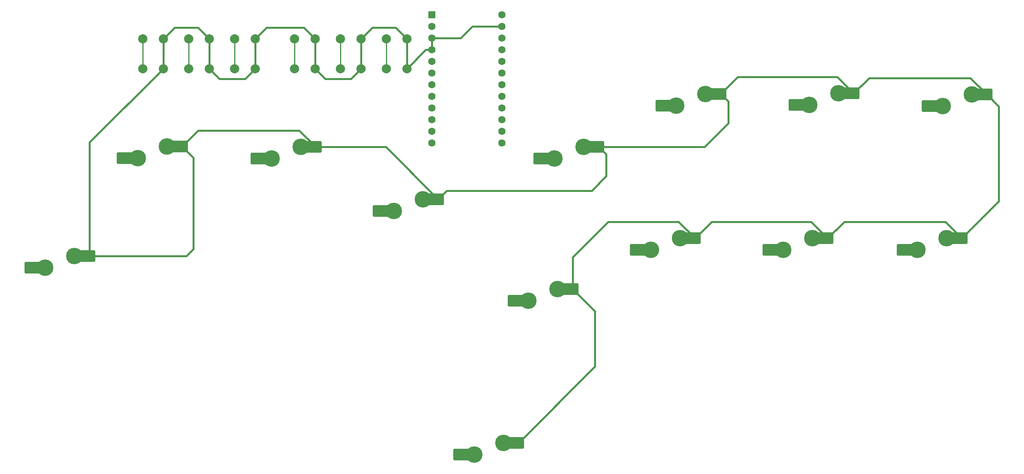
<source format=gbl>
%TF.GenerationSoftware,KiCad,Pcbnew,(6.0.7)*%
%TF.CreationDate,2022-08-16T08:24:38+10:00*%
%TF.ProjectId,Flatbox-rev1_1,466c6174-626f-4782-9d72-6576315f312e,rev?*%
%TF.SameCoordinates,Original*%
%TF.FileFunction,Copper,L2,Bot*%
%TF.FilePolarity,Positive*%
%FSLAX46Y46*%
G04 Gerber Fmt 4.6, Leading zero omitted, Abs format (unit mm)*
G04 Created by KiCad (PCBNEW (6.0.7)) date 2022-08-16 08:24:38*
%MOMM*%
%LPD*%
G01*
G04 APERTURE LIST*
G04 Aperture macros list*
%AMRoundRect*
0 Rectangle with rounded corners*
0 $1 Rounding radius*
0 $2 $3 $4 $5 $6 $7 $8 $9 X,Y pos of 4 corners*
0 Add a 4 corners polygon primitive as box body*
4,1,4,$2,$3,$4,$5,$6,$7,$8,$9,$2,$3,0*
0 Add four circle primitives for the rounded corners*
1,1,$1+$1,$2,$3*
1,1,$1+$1,$4,$5*
1,1,$1+$1,$6,$7*
1,1,$1+$1,$8,$9*
0 Add four rect primitives between the rounded corners*
20,1,$1+$1,$2,$3,$4,$5,0*
20,1,$1+$1,$4,$5,$6,$7,0*
20,1,$1+$1,$6,$7,$8,$9,0*
20,1,$1+$1,$8,$9,$2,$3,0*%
G04 Aperture macros list end*
%TA.AperFunction,ComponentPad*%
%ADD10C,3.600000*%
%TD*%
%TA.AperFunction,SMDPad,CuDef*%
%ADD11RoundRect,0.250000X-1.525000X-1.000000X1.525000X-1.000000X1.525000X1.000000X-1.525000X1.000000X0*%
%TD*%
%TA.AperFunction,ComponentPad*%
%ADD12C,2.000000*%
%TD*%
%TA.AperFunction,ComponentPad*%
%ADD13R,1.600000X1.600000*%
%TD*%
%TA.AperFunction,ComponentPad*%
%ADD14C,1.600000*%
%TD*%
%TA.AperFunction,Conductor*%
%ADD15C,0.254000*%
%TD*%
%TA.AperFunction,Conductor*%
%ADD16C,0.381000*%
%TD*%
G04 APERTURE END LIST*
D10*
X34290000Y-86360000D03*
X40640000Y-83820000D03*
D11*
X31515000Y-86360000D03*
X43420000Y-83820000D03*
D10*
X127610000Y-127080000D03*
X133960000Y-124540000D03*
D11*
X124835000Y-127080000D03*
X136740000Y-124540000D03*
D10*
X224110000Y-82500000D03*
X230460000Y-79960000D03*
D11*
X221335000Y-82500000D03*
X233240000Y-79960000D03*
D10*
X194900000Y-82500000D03*
X201250000Y-79960000D03*
D11*
X192125000Y-82500000D03*
X204030000Y-79960000D03*
D10*
X166050000Y-82500000D03*
X172400000Y-79960000D03*
D11*
X163275000Y-82500000D03*
X175180000Y-79960000D03*
D10*
X139440000Y-93610000D03*
X145790000Y-91070000D03*
D11*
X136665000Y-93610000D03*
X148570000Y-91070000D03*
D10*
X229550000Y-51160000D03*
X235900000Y-48620000D03*
D11*
X226775000Y-51160000D03*
X238680000Y-48620000D03*
D10*
X200580000Y-50920000D03*
X206930000Y-48380000D03*
D11*
X197805000Y-50920000D03*
X209710000Y-48380000D03*
D10*
X171610000Y-51040000D03*
X177960000Y-48500000D03*
D11*
X168835000Y-51040000D03*
X180740000Y-48500000D03*
D10*
X145050000Y-62570000D03*
X151400000Y-60030000D03*
D11*
X142275000Y-62570000D03*
X154180000Y-60030000D03*
D10*
X110110000Y-73980000D03*
X116460000Y-71440000D03*
D11*
X107335000Y-73980000D03*
X119240000Y-71440000D03*
D10*
X83510000Y-62630000D03*
X89860000Y-60090000D03*
D11*
X80735000Y-62630000D03*
X92640000Y-60090000D03*
D10*
X54415000Y-62510000D03*
X60765000Y-59970000D03*
D11*
X51640000Y-62510000D03*
X63545000Y-59970000D03*
D12*
X88500000Y-36500000D03*
X88500000Y-43000000D03*
X93000000Y-36500000D03*
X93000000Y-43000000D03*
X65500000Y-43000000D03*
X65500000Y-36500000D03*
X70000000Y-36500000D03*
X70000000Y-43000000D03*
X98500000Y-43000000D03*
X98500000Y-36500000D03*
X103000000Y-36500000D03*
X103000000Y-43000000D03*
X55500000Y-36500000D03*
X55500000Y-43000000D03*
X60000000Y-43000000D03*
X60000000Y-36500000D03*
X75500000Y-36500000D03*
X75500000Y-43000000D03*
X80000000Y-36500000D03*
X80000000Y-43000000D03*
X108500000Y-36500000D03*
X108500000Y-43000000D03*
X113000000Y-36500000D03*
X113000000Y-43000000D03*
D13*
X118380000Y-31280000D03*
D14*
X118380000Y-33820000D03*
X118380000Y-36360000D03*
X118380000Y-38900000D03*
X118380000Y-41440000D03*
X118380000Y-43980000D03*
X118380000Y-46520000D03*
X118380000Y-49060000D03*
X118380000Y-51600000D03*
X118380000Y-54140000D03*
X118380000Y-56680000D03*
X118380000Y-59220000D03*
X133620000Y-59220000D03*
X133620000Y-56680000D03*
X133620000Y-54140000D03*
X133620000Y-51600000D03*
X133620000Y-49060000D03*
X133620000Y-46520000D03*
X133620000Y-43980000D03*
X133620000Y-41440000D03*
X133620000Y-38900000D03*
X133620000Y-36360000D03*
X133620000Y-33820000D03*
X133620000Y-31280000D03*
D15*
X108500000Y-36500000D02*
X108500000Y-43000000D01*
X98500000Y-36500000D02*
X98500000Y-43000000D01*
X88500000Y-36500000D02*
X88500000Y-43000000D01*
X75500000Y-36500000D02*
X75500000Y-43000000D01*
X65500000Y-36500000D02*
X65500000Y-43000000D01*
X55500000Y-36500000D02*
X55500000Y-43000000D01*
X226775000Y-51160000D02*
X229550000Y-51160000D01*
X197805000Y-50920000D02*
X200580000Y-50920000D01*
X51640000Y-62510000D02*
X54415000Y-62510000D01*
X80735000Y-62630000D02*
X83510000Y-62630000D01*
D16*
X153924000Y-107878000D02*
X137262000Y-124540000D01*
X153924000Y-95902000D02*
X153924000Y-107878000D01*
X149092000Y-91070000D02*
X153924000Y-95902000D01*
X156805775Y-76366225D02*
X149092000Y-84080000D01*
X149092000Y-84080000D02*
X149092000Y-91070000D01*
X175702000Y-79960000D02*
X172108225Y-76366225D01*
X172108225Y-76366225D02*
X156805775Y-76366225D01*
X179295775Y-76366225D02*
X175702000Y-79960000D01*
X200958225Y-76366225D02*
X179295775Y-76366225D01*
X204552000Y-79960000D02*
X200958225Y-76366225D01*
X230168225Y-76366225D02*
X208145775Y-76366225D01*
X233762000Y-79960000D02*
X230168225Y-76366225D01*
X208145775Y-76366225D02*
X204552000Y-79960000D01*
X241808000Y-71914000D02*
X233762000Y-79960000D01*
X241808000Y-51226000D02*
X241808000Y-71914000D01*
X239202000Y-48620000D02*
X241808000Y-51226000D01*
X235608225Y-45026225D02*
X239202000Y-48620000D01*
X213585775Y-45026225D02*
X235608225Y-45026225D01*
X210232000Y-48380000D02*
X213585775Y-45026225D01*
X206638225Y-44786225D02*
X210232000Y-48380000D01*
X184975775Y-44786225D02*
X206638225Y-44786225D01*
X181262000Y-48500000D02*
X184975775Y-44786225D01*
X182905297Y-50143297D02*
X181262000Y-48500000D01*
X177770798Y-60030000D02*
X182905297Y-54895501D01*
X182905297Y-54895501D02*
X182905297Y-50143297D01*
X154702000Y-60030000D02*
X177770798Y-60030000D01*
X156345297Y-61673297D02*
X154702000Y-60030000D01*
X156345297Y-66425501D02*
X156345297Y-61673297D01*
X153174798Y-69596000D02*
X156345297Y-66425501D01*
X119762000Y-71440000D02*
X121606000Y-69596000D01*
X121606000Y-69596000D02*
X153174798Y-69596000D01*
X108412000Y-60090000D02*
X119762000Y-71440000D01*
X93162000Y-60090000D02*
X108412000Y-60090000D01*
X89568225Y-56496225D02*
X93162000Y-60090000D01*
X67540775Y-56496225D02*
X89568225Y-56496225D01*
X64067000Y-59970000D02*
X67540775Y-56496225D01*
X66548000Y-62451000D02*
X64067000Y-59970000D01*
X66548000Y-82296000D02*
X66548000Y-62451000D01*
X65024000Y-83820000D02*
X66548000Y-82296000D01*
X43942000Y-83820000D02*
X65024000Y-83820000D01*
X43942000Y-59058000D02*
X60000000Y-43000000D01*
X43942000Y-83820000D02*
X43942000Y-59058000D01*
X80000000Y-43000000D02*
X77788000Y-45212000D01*
X93000000Y-43000000D02*
X93000000Y-36500000D01*
X82464000Y-34036000D02*
X80000000Y-36500000D01*
X72212000Y-45212000D02*
X70000000Y-43000000D01*
X60000000Y-36500000D02*
X60000000Y-43000000D01*
X113000000Y-43000000D02*
X113000000Y-36500000D01*
X62464000Y-34036000D02*
X60000000Y-36500000D01*
X70000000Y-43000000D02*
X70000000Y-36500000D01*
X110536000Y-34036000D02*
X105464000Y-34036000D01*
X127216000Y-33820000D02*
X133620000Y-33820000D01*
X80000000Y-36500000D02*
X80000000Y-43000000D01*
X118380000Y-36360000D02*
X118380000Y-38900000D01*
X113000000Y-36500000D02*
X110536000Y-34036000D01*
X70000000Y-36500000D02*
X67536000Y-34036000D01*
X124676000Y-36360000D02*
X127216000Y-33820000D01*
X118380000Y-36360000D02*
X124676000Y-36360000D01*
X93000000Y-36500000D02*
X90536000Y-34036000D01*
X77788000Y-45212000D02*
X72212000Y-45212000D01*
X95212000Y-45212000D02*
X93000000Y-43000000D01*
X105464000Y-34036000D02*
X103000000Y-36500000D01*
X103000000Y-43000000D02*
X100788000Y-45212000D01*
X103000000Y-36500000D02*
X103000000Y-43000000D01*
X90536000Y-34036000D02*
X82464000Y-34036000D01*
X67536000Y-34036000D02*
X62464000Y-34036000D01*
X117100000Y-38900000D02*
X113000000Y-43000000D01*
X100788000Y-45212000D02*
X95212000Y-45212000D01*
X118380000Y-38900000D02*
X117100000Y-38900000D01*
M02*

</source>
